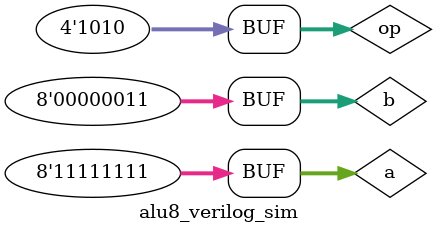
<source format=v>
`timescale 1ns / 1ps


module alu8_verilog_sim();
    reg [7:0] a = 8'h16;
    reg [7:0] b = 8'h12;
    reg [3:0] op = 4'b0000;
    
    wire [7:0] res;
    wire cf;
    wire ovf;
    wire sf;
    wire zf;
    
    alu8_verilog U (.a(a),.b(b),.op(op),.res(res),.cf(cf),.ovf(ovf),.sf(sf),.zf(zf));
    initial begin
    #200 op = 4'b0001;
    #200 begin a=8'h7f; b=8'h2;op=4'b0000; end
    #200 begin a=8'hff; b=8'h2;op=4'b0000; end
    #200 begin a=8'h16; b=8'h17;op=4'b0001; end
    #200 begin a=8'hf0; b=8'h0f;op=4'b0100; end
    #200 begin a=8'hf0; b=8'h0f;op=4'b0101; end
    #200 begin a=8'hf0; b=8'h0f;op=4'b0110; end
    #200 begin a=8'hff; b=8'hff;op=4'b0111; end
    #200 begin a=8'hff; b=8'h03;op=4'b1000; end
    #200 begin a=8'hff; b=8'h03;op=4'b1001; end
    #200 begin a=8'hff; b=8'h03;op=4'b1010; end
    end
endmodule

</source>
